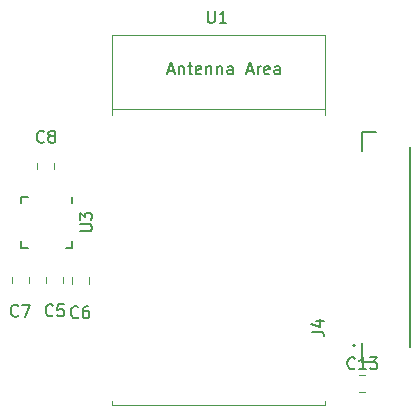
<source format=gbr>
%TF.GenerationSoftware,KiCad,Pcbnew,7.0.5*%
%TF.CreationDate,2025-08-15T19:59:52+01:00*%
%TF.ProjectId,smartwatch,736d6172-7477-4617-9463-682e6b696361,rev?*%
%TF.SameCoordinates,Original*%
%TF.FileFunction,Legend,Top*%
%TF.FilePolarity,Positive*%
%FSLAX46Y46*%
G04 Gerber Fmt 4.6, Leading zero omitted, Abs format (unit mm)*
G04 Created by KiCad (PCBNEW 7.0.5) date 2025-08-15 19:59:52*
%MOMM*%
%LPD*%
G01*
G04 APERTURE LIST*
%ADD10C,0.150000*%
%ADD11C,0.127000*%
%ADD12C,0.200000*%
%ADD13C,0.120000*%
G04 APERTURE END LIST*
D10*
%TO.C,J4*%
X52537727Y-51693551D02*
X53253391Y-51693551D01*
X53253391Y-51693551D02*
X53396524Y-51741261D01*
X53396524Y-51741261D02*
X53491946Y-51836683D01*
X53491946Y-51836683D02*
X53539656Y-51979816D01*
X53539656Y-51979816D02*
X53539656Y-52075238D01*
X52871704Y-50787044D02*
X53539656Y-50787044D01*
X52490017Y-51025598D02*
X53205680Y-51264153D01*
X53205680Y-51264153D02*
X53205680Y-50643911D01*
%TO.C,C13*%
X56157142Y-54779580D02*
X56109523Y-54827200D01*
X56109523Y-54827200D02*
X55966666Y-54874819D01*
X55966666Y-54874819D02*
X55871428Y-54874819D01*
X55871428Y-54874819D02*
X55728571Y-54827200D01*
X55728571Y-54827200D02*
X55633333Y-54731961D01*
X55633333Y-54731961D02*
X55585714Y-54636723D01*
X55585714Y-54636723D02*
X55538095Y-54446247D01*
X55538095Y-54446247D02*
X55538095Y-54303390D01*
X55538095Y-54303390D02*
X55585714Y-54112914D01*
X55585714Y-54112914D02*
X55633333Y-54017676D01*
X55633333Y-54017676D02*
X55728571Y-53922438D01*
X55728571Y-53922438D02*
X55871428Y-53874819D01*
X55871428Y-53874819D02*
X55966666Y-53874819D01*
X55966666Y-53874819D02*
X56109523Y-53922438D01*
X56109523Y-53922438D02*
X56157142Y-53970057D01*
X57109523Y-54874819D02*
X56538095Y-54874819D01*
X56823809Y-54874819D02*
X56823809Y-53874819D01*
X56823809Y-53874819D02*
X56728571Y-54017676D01*
X56728571Y-54017676D02*
X56633333Y-54112914D01*
X56633333Y-54112914D02*
X56538095Y-54160533D01*
X57442857Y-53874819D02*
X58061904Y-53874819D01*
X58061904Y-53874819D02*
X57728571Y-54255771D01*
X57728571Y-54255771D02*
X57871428Y-54255771D01*
X57871428Y-54255771D02*
X57966666Y-54303390D01*
X57966666Y-54303390D02*
X58014285Y-54351009D01*
X58014285Y-54351009D02*
X58061904Y-54446247D01*
X58061904Y-54446247D02*
X58061904Y-54684342D01*
X58061904Y-54684342D02*
X58014285Y-54779580D01*
X58014285Y-54779580D02*
X57966666Y-54827200D01*
X57966666Y-54827200D02*
X57871428Y-54874819D01*
X57871428Y-54874819D02*
X57585714Y-54874819D01*
X57585714Y-54874819D02*
X57490476Y-54827200D01*
X57490476Y-54827200D02*
X57442857Y-54779580D01*
%TO.C,U3*%
X32909819Y-43181904D02*
X33719342Y-43181904D01*
X33719342Y-43181904D02*
X33814580Y-43134285D01*
X33814580Y-43134285D02*
X33862200Y-43086666D01*
X33862200Y-43086666D02*
X33909819Y-42991428D01*
X33909819Y-42991428D02*
X33909819Y-42800952D01*
X33909819Y-42800952D02*
X33862200Y-42705714D01*
X33862200Y-42705714D02*
X33814580Y-42658095D01*
X33814580Y-42658095D02*
X33719342Y-42610476D01*
X33719342Y-42610476D02*
X32909819Y-42610476D01*
X32909819Y-42229523D02*
X32909819Y-41610476D01*
X32909819Y-41610476D02*
X33290771Y-41943809D01*
X33290771Y-41943809D02*
X33290771Y-41800952D01*
X33290771Y-41800952D02*
X33338390Y-41705714D01*
X33338390Y-41705714D02*
X33386009Y-41658095D01*
X33386009Y-41658095D02*
X33481247Y-41610476D01*
X33481247Y-41610476D02*
X33719342Y-41610476D01*
X33719342Y-41610476D02*
X33814580Y-41658095D01*
X33814580Y-41658095D02*
X33862200Y-41705714D01*
X33862200Y-41705714D02*
X33909819Y-41800952D01*
X33909819Y-41800952D02*
X33909819Y-42086666D01*
X33909819Y-42086666D02*
X33862200Y-42181904D01*
X33862200Y-42181904D02*
X33814580Y-42229523D01*
%TO.C,C6*%
X32733333Y-50449580D02*
X32685714Y-50497200D01*
X32685714Y-50497200D02*
X32542857Y-50544819D01*
X32542857Y-50544819D02*
X32447619Y-50544819D01*
X32447619Y-50544819D02*
X32304762Y-50497200D01*
X32304762Y-50497200D02*
X32209524Y-50401961D01*
X32209524Y-50401961D02*
X32161905Y-50306723D01*
X32161905Y-50306723D02*
X32114286Y-50116247D01*
X32114286Y-50116247D02*
X32114286Y-49973390D01*
X32114286Y-49973390D02*
X32161905Y-49782914D01*
X32161905Y-49782914D02*
X32209524Y-49687676D01*
X32209524Y-49687676D02*
X32304762Y-49592438D01*
X32304762Y-49592438D02*
X32447619Y-49544819D01*
X32447619Y-49544819D02*
X32542857Y-49544819D01*
X32542857Y-49544819D02*
X32685714Y-49592438D01*
X32685714Y-49592438D02*
X32733333Y-49640057D01*
X33590476Y-49544819D02*
X33400000Y-49544819D01*
X33400000Y-49544819D02*
X33304762Y-49592438D01*
X33304762Y-49592438D02*
X33257143Y-49640057D01*
X33257143Y-49640057D02*
X33161905Y-49782914D01*
X33161905Y-49782914D02*
X33114286Y-49973390D01*
X33114286Y-49973390D02*
X33114286Y-50354342D01*
X33114286Y-50354342D02*
X33161905Y-50449580D01*
X33161905Y-50449580D02*
X33209524Y-50497200D01*
X33209524Y-50497200D02*
X33304762Y-50544819D01*
X33304762Y-50544819D02*
X33495238Y-50544819D01*
X33495238Y-50544819D02*
X33590476Y-50497200D01*
X33590476Y-50497200D02*
X33638095Y-50449580D01*
X33638095Y-50449580D02*
X33685714Y-50354342D01*
X33685714Y-50354342D02*
X33685714Y-50116247D01*
X33685714Y-50116247D02*
X33638095Y-50021009D01*
X33638095Y-50021009D02*
X33590476Y-49973390D01*
X33590476Y-49973390D02*
X33495238Y-49925771D01*
X33495238Y-49925771D02*
X33304762Y-49925771D01*
X33304762Y-49925771D02*
X33209524Y-49973390D01*
X33209524Y-49973390D02*
X33161905Y-50021009D01*
X33161905Y-50021009D02*
X33114286Y-50116247D01*
%TO.C,C7*%
X27663333Y-50317080D02*
X27615714Y-50364700D01*
X27615714Y-50364700D02*
X27472857Y-50412319D01*
X27472857Y-50412319D02*
X27377619Y-50412319D01*
X27377619Y-50412319D02*
X27234762Y-50364700D01*
X27234762Y-50364700D02*
X27139524Y-50269461D01*
X27139524Y-50269461D02*
X27091905Y-50174223D01*
X27091905Y-50174223D02*
X27044286Y-49983747D01*
X27044286Y-49983747D02*
X27044286Y-49840890D01*
X27044286Y-49840890D02*
X27091905Y-49650414D01*
X27091905Y-49650414D02*
X27139524Y-49555176D01*
X27139524Y-49555176D02*
X27234762Y-49459938D01*
X27234762Y-49459938D02*
X27377619Y-49412319D01*
X27377619Y-49412319D02*
X27472857Y-49412319D01*
X27472857Y-49412319D02*
X27615714Y-49459938D01*
X27615714Y-49459938D02*
X27663333Y-49507557D01*
X27996667Y-49412319D02*
X28663333Y-49412319D01*
X28663333Y-49412319D02*
X28234762Y-50412319D01*
%TO.C,U1*%
X43718095Y-24534819D02*
X43718095Y-25344342D01*
X43718095Y-25344342D02*
X43765714Y-25439580D01*
X43765714Y-25439580D02*
X43813333Y-25487200D01*
X43813333Y-25487200D02*
X43908571Y-25534819D01*
X43908571Y-25534819D02*
X44099047Y-25534819D01*
X44099047Y-25534819D02*
X44194285Y-25487200D01*
X44194285Y-25487200D02*
X44241904Y-25439580D01*
X44241904Y-25439580D02*
X44289523Y-25344342D01*
X44289523Y-25344342D02*
X44289523Y-24534819D01*
X45289523Y-25534819D02*
X44718095Y-25534819D01*
X45003809Y-25534819D02*
X45003809Y-24534819D01*
X45003809Y-24534819D02*
X44908571Y-24677676D01*
X44908571Y-24677676D02*
X44813333Y-24772914D01*
X44813333Y-24772914D02*
X44718095Y-24820533D01*
X40358094Y-29599104D02*
X40834284Y-29599104D01*
X40262856Y-29884819D02*
X40596189Y-28884819D01*
X40596189Y-28884819D02*
X40929522Y-29884819D01*
X41262856Y-29218152D02*
X41262856Y-29884819D01*
X41262856Y-29313390D02*
X41310475Y-29265771D01*
X41310475Y-29265771D02*
X41405713Y-29218152D01*
X41405713Y-29218152D02*
X41548570Y-29218152D01*
X41548570Y-29218152D02*
X41643808Y-29265771D01*
X41643808Y-29265771D02*
X41691427Y-29361009D01*
X41691427Y-29361009D02*
X41691427Y-29884819D01*
X42024761Y-29218152D02*
X42405713Y-29218152D01*
X42167618Y-28884819D02*
X42167618Y-29741961D01*
X42167618Y-29741961D02*
X42215237Y-29837200D01*
X42215237Y-29837200D02*
X42310475Y-29884819D01*
X42310475Y-29884819D02*
X42405713Y-29884819D01*
X43119999Y-29837200D02*
X43024761Y-29884819D01*
X43024761Y-29884819D02*
X42834285Y-29884819D01*
X42834285Y-29884819D02*
X42739047Y-29837200D01*
X42739047Y-29837200D02*
X42691428Y-29741961D01*
X42691428Y-29741961D02*
X42691428Y-29361009D01*
X42691428Y-29361009D02*
X42739047Y-29265771D01*
X42739047Y-29265771D02*
X42834285Y-29218152D01*
X42834285Y-29218152D02*
X43024761Y-29218152D01*
X43024761Y-29218152D02*
X43119999Y-29265771D01*
X43119999Y-29265771D02*
X43167618Y-29361009D01*
X43167618Y-29361009D02*
X43167618Y-29456247D01*
X43167618Y-29456247D02*
X42691428Y-29551485D01*
X43596190Y-29218152D02*
X43596190Y-29884819D01*
X43596190Y-29313390D02*
X43643809Y-29265771D01*
X43643809Y-29265771D02*
X43739047Y-29218152D01*
X43739047Y-29218152D02*
X43881904Y-29218152D01*
X43881904Y-29218152D02*
X43977142Y-29265771D01*
X43977142Y-29265771D02*
X44024761Y-29361009D01*
X44024761Y-29361009D02*
X44024761Y-29884819D01*
X44500952Y-29218152D02*
X44500952Y-29884819D01*
X44500952Y-29313390D02*
X44548571Y-29265771D01*
X44548571Y-29265771D02*
X44643809Y-29218152D01*
X44643809Y-29218152D02*
X44786666Y-29218152D01*
X44786666Y-29218152D02*
X44881904Y-29265771D01*
X44881904Y-29265771D02*
X44929523Y-29361009D01*
X44929523Y-29361009D02*
X44929523Y-29884819D01*
X45834285Y-29884819D02*
X45834285Y-29361009D01*
X45834285Y-29361009D02*
X45786666Y-29265771D01*
X45786666Y-29265771D02*
X45691428Y-29218152D01*
X45691428Y-29218152D02*
X45500952Y-29218152D01*
X45500952Y-29218152D02*
X45405714Y-29265771D01*
X45834285Y-29837200D02*
X45739047Y-29884819D01*
X45739047Y-29884819D02*
X45500952Y-29884819D01*
X45500952Y-29884819D02*
X45405714Y-29837200D01*
X45405714Y-29837200D02*
X45358095Y-29741961D01*
X45358095Y-29741961D02*
X45358095Y-29646723D01*
X45358095Y-29646723D02*
X45405714Y-29551485D01*
X45405714Y-29551485D02*
X45500952Y-29503866D01*
X45500952Y-29503866D02*
X45739047Y-29503866D01*
X45739047Y-29503866D02*
X45834285Y-29456247D01*
X47024762Y-29599104D02*
X47500952Y-29599104D01*
X46929524Y-29884819D02*
X47262857Y-28884819D01*
X47262857Y-28884819D02*
X47596190Y-29884819D01*
X47929524Y-29884819D02*
X47929524Y-29218152D01*
X47929524Y-29408628D02*
X47977143Y-29313390D01*
X47977143Y-29313390D02*
X48024762Y-29265771D01*
X48024762Y-29265771D02*
X48120000Y-29218152D01*
X48120000Y-29218152D02*
X48215238Y-29218152D01*
X48929524Y-29837200D02*
X48834286Y-29884819D01*
X48834286Y-29884819D02*
X48643810Y-29884819D01*
X48643810Y-29884819D02*
X48548572Y-29837200D01*
X48548572Y-29837200D02*
X48500953Y-29741961D01*
X48500953Y-29741961D02*
X48500953Y-29361009D01*
X48500953Y-29361009D02*
X48548572Y-29265771D01*
X48548572Y-29265771D02*
X48643810Y-29218152D01*
X48643810Y-29218152D02*
X48834286Y-29218152D01*
X48834286Y-29218152D02*
X48929524Y-29265771D01*
X48929524Y-29265771D02*
X48977143Y-29361009D01*
X48977143Y-29361009D02*
X48977143Y-29456247D01*
X48977143Y-29456247D02*
X48500953Y-29551485D01*
X49834286Y-29884819D02*
X49834286Y-29361009D01*
X49834286Y-29361009D02*
X49786667Y-29265771D01*
X49786667Y-29265771D02*
X49691429Y-29218152D01*
X49691429Y-29218152D02*
X49500953Y-29218152D01*
X49500953Y-29218152D02*
X49405715Y-29265771D01*
X49834286Y-29837200D02*
X49739048Y-29884819D01*
X49739048Y-29884819D02*
X49500953Y-29884819D01*
X49500953Y-29884819D02*
X49405715Y-29837200D01*
X49405715Y-29837200D02*
X49358096Y-29741961D01*
X49358096Y-29741961D02*
X49358096Y-29646723D01*
X49358096Y-29646723D02*
X49405715Y-29551485D01*
X49405715Y-29551485D02*
X49500953Y-29503866D01*
X49500953Y-29503866D02*
X49739048Y-29503866D01*
X49739048Y-29503866D02*
X49834286Y-29456247D01*
%TO.C,C8*%
X29843333Y-35589580D02*
X29795714Y-35637200D01*
X29795714Y-35637200D02*
X29652857Y-35684819D01*
X29652857Y-35684819D02*
X29557619Y-35684819D01*
X29557619Y-35684819D02*
X29414762Y-35637200D01*
X29414762Y-35637200D02*
X29319524Y-35541961D01*
X29319524Y-35541961D02*
X29271905Y-35446723D01*
X29271905Y-35446723D02*
X29224286Y-35256247D01*
X29224286Y-35256247D02*
X29224286Y-35113390D01*
X29224286Y-35113390D02*
X29271905Y-34922914D01*
X29271905Y-34922914D02*
X29319524Y-34827676D01*
X29319524Y-34827676D02*
X29414762Y-34732438D01*
X29414762Y-34732438D02*
X29557619Y-34684819D01*
X29557619Y-34684819D02*
X29652857Y-34684819D01*
X29652857Y-34684819D02*
X29795714Y-34732438D01*
X29795714Y-34732438D02*
X29843333Y-34780057D01*
X30414762Y-35113390D02*
X30319524Y-35065771D01*
X30319524Y-35065771D02*
X30271905Y-35018152D01*
X30271905Y-35018152D02*
X30224286Y-34922914D01*
X30224286Y-34922914D02*
X30224286Y-34875295D01*
X30224286Y-34875295D02*
X30271905Y-34780057D01*
X30271905Y-34780057D02*
X30319524Y-34732438D01*
X30319524Y-34732438D02*
X30414762Y-34684819D01*
X30414762Y-34684819D02*
X30605238Y-34684819D01*
X30605238Y-34684819D02*
X30700476Y-34732438D01*
X30700476Y-34732438D02*
X30748095Y-34780057D01*
X30748095Y-34780057D02*
X30795714Y-34875295D01*
X30795714Y-34875295D02*
X30795714Y-34922914D01*
X30795714Y-34922914D02*
X30748095Y-35018152D01*
X30748095Y-35018152D02*
X30700476Y-35065771D01*
X30700476Y-35065771D02*
X30605238Y-35113390D01*
X30605238Y-35113390D02*
X30414762Y-35113390D01*
X30414762Y-35113390D02*
X30319524Y-35161009D01*
X30319524Y-35161009D02*
X30271905Y-35208628D01*
X30271905Y-35208628D02*
X30224286Y-35303866D01*
X30224286Y-35303866D02*
X30224286Y-35494342D01*
X30224286Y-35494342D02*
X30271905Y-35589580D01*
X30271905Y-35589580D02*
X30319524Y-35637200D01*
X30319524Y-35637200D02*
X30414762Y-35684819D01*
X30414762Y-35684819D02*
X30605238Y-35684819D01*
X30605238Y-35684819D02*
X30700476Y-35637200D01*
X30700476Y-35637200D02*
X30748095Y-35589580D01*
X30748095Y-35589580D02*
X30795714Y-35494342D01*
X30795714Y-35494342D02*
X30795714Y-35303866D01*
X30795714Y-35303866D02*
X30748095Y-35208628D01*
X30748095Y-35208628D02*
X30700476Y-35161009D01*
X30700476Y-35161009D02*
X30605238Y-35113390D01*
%TO.C,C5*%
X30593333Y-50289580D02*
X30545714Y-50337200D01*
X30545714Y-50337200D02*
X30402857Y-50384819D01*
X30402857Y-50384819D02*
X30307619Y-50384819D01*
X30307619Y-50384819D02*
X30164762Y-50337200D01*
X30164762Y-50337200D02*
X30069524Y-50241961D01*
X30069524Y-50241961D02*
X30021905Y-50146723D01*
X30021905Y-50146723D02*
X29974286Y-49956247D01*
X29974286Y-49956247D02*
X29974286Y-49813390D01*
X29974286Y-49813390D02*
X30021905Y-49622914D01*
X30021905Y-49622914D02*
X30069524Y-49527676D01*
X30069524Y-49527676D02*
X30164762Y-49432438D01*
X30164762Y-49432438D02*
X30307619Y-49384819D01*
X30307619Y-49384819D02*
X30402857Y-49384819D01*
X30402857Y-49384819D02*
X30545714Y-49432438D01*
X30545714Y-49432438D02*
X30593333Y-49480057D01*
X31498095Y-49384819D02*
X31021905Y-49384819D01*
X31021905Y-49384819D02*
X30974286Y-49861009D01*
X30974286Y-49861009D02*
X31021905Y-49813390D01*
X31021905Y-49813390D02*
X31117143Y-49765771D01*
X31117143Y-49765771D02*
X31355238Y-49765771D01*
X31355238Y-49765771D02*
X31450476Y-49813390D01*
X31450476Y-49813390D02*
X31498095Y-49861009D01*
X31498095Y-49861009D02*
X31545714Y-49956247D01*
X31545714Y-49956247D02*
X31545714Y-50194342D01*
X31545714Y-50194342D02*
X31498095Y-50289580D01*
X31498095Y-50289580D02*
X31450476Y-50337200D01*
X31450476Y-50337200D02*
X31355238Y-50384819D01*
X31355238Y-50384819D02*
X31117143Y-50384819D01*
X31117143Y-50384819D02*
X31021905Y-50337200D01*
X31021905Y-50337200D02*
X30974286Y-50289580D01*
D11*
%TO.C,J4*%
X56750000Y-54250000D02*
X56750000Y-52620000D01*
X57930000Y-54250000D02*
X56750000Y-54250000D01*
X60800000Y-52975000D02*
X60800000Y-36025000D01*
X56750000Y-34750000D02*
X56750000Y-36380000D01*
X57920000Y-34750000D02*
X56750000Y-34750000D01*
D12*
X56200000Y-52875000D02*
G75*
G03*
X56200000Y-52875000I-100000J0D01*
G01*
D13*
%TO.C,C13*%
X56538748Y-55365000D02*
X57061252Y-55365000D01*
X56538748Y-56835000D02*
X57061252Y-56835000D01*
D10*
%TO.C,U3*%
X32230000Y-40270000D02*
X32230000Y-40795000D01*
X27930000Y-40270000D02*
X28455000Y-40270000D01*
X27930000Y-40270000D02*
X27930000Y-40795000D01*
X32230000Y-44570000D02*
X32230000Y-44045000D01*
X32230000Y-44570000D02*
X31705000Y-44570000D01*
X27930000Y-44570000D02*
X27930000Y-44045000D01*
X27930000Y-44570000D02*
X28455000Y-44570000D01*
D13*
%TO.C,C6*%
X33665000Y-47088748D02*
X33665000Y-47611252D01*
X32195000Y-47088748D02*
X32195000Y-47611252D01*
%TO.C,C7*%
X28605000Y-47076248D02*
X28605000Y-47598752D01*
X27135000Y-47076248D02*
X27135000Y-47598752D01*
%TO.C,U1*%
X35620000Y-26530000D02*
X35620000Y-33325000D01*
X35620000Y-32840000D02*
X53620000Y-32840000D01*
X35620000Y-57930000D02*
X35620000Y-57575000D01*
X35620000Y-57930000D02*
X53620000Y-57930000D01*
X53620000Y-26530000D02*
X35620000Y-26530000D01*
X53620000Y-26575000D02*
X53620000Y-33325000D01*
X53620000Y-57930000D02*
X53620000Y-57575000D01*
%TO.C,C8*%
X29265000Y-37918752D02*
X29265000Y-37396248D01*
X30735000Y-37918752D02*
X30735000Y-37396248D01*
%TO.C,C5*%
X31465000Y-47076248D02*
X31465000Y-47598752D01*
X29995000Y-47076248D02*
X29995000Y-47598752D01*
%TD*%
M02*

</source>
